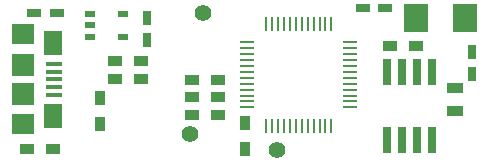
<source format=gbr>
G04 #@! TF.FileFunction,Soldermask,Top*
%FSLAX46Y46*%
G04 Gerber Fmt 4.6, Leading zero omitted, Abs format (unit mm)*
G04 Created by KiCad (PCBNEW 4.0.2-stable) date 04.08.2016 21:20:42*
%MOMM*%
G01*
G04 APERTURE LIST*
%ADD10C,0.100000*%
%ADD11R,0.800000X2.200000*%
%ADD12R,1.350000X0.400000*%
%ADD13R,1.900000X1.800000*%
%ADD14R,1.600000X2.100000*%
%ADD15R,1.900000X1.900000*%
%ADD16R,1.200000X0.750000*%
%ADD17R,0.750000X1.200000*%
%ADD18R,1.397000X0.889000*%
%ADD19R,1.200000X0.900000*%
%ADD20R,0.900000X1.200000*%
%ADD21R,0.900000X0.600000*%
%ADD22R,1.300000X0.250000*%
%ADD23R,0.250000X1.300000*%
%ADD24R,2.000000X2.400000*%
%ADD25C,1.397000*%
G04 APERTURE END LIST*
D10*
D11*
X63436500Y-41160500D03*
X64706500Y-41160500D03*
X65976500Y-41160500D03*
X67246500Y-41160500D03*
X67246500Y-35420500D03*
X65976500Y-35420500D03*
X64706500Y-35420500D03*
X63436500Y-35420500D03*
D12*
X35250500Y-34704500D03*
X35250500Y-35354500D03*
X35250500Y-36004500D03*
X35250500Y-36654500D03*
X35250500Y-37304500D03*
D13*
X32575500Y-32204500D03*
X32575500Y-39804500D03*
D14*
X35125500Y-32904500D03*
D15*
X32575500Y-34804500D03*
X32575500Y-37204500D03*
D14*
X35125500Y-39104500D03*
D16*
X63243500Y-29972000D03*
X61343500Y-29972000D03*
D17*
X70612000Y-33657500D03*
X70612000Y-35557500D03*
D16*
X35430500Y-30416500D03*
X33530500Y-30416500D03*
D17*
X43116500Y-30800000D03*
X43116500Y-32700000D03*
D18*
X69151500Y-36766500D03*
X69151500Y-38671500D03*
D19*
X63670000Y-33210500D03*
X65870000Y-33210500D03*
D20*
X51371500Y-39667000D03*
X51371500Y-41867000D03*
D19*
X46906000Y-36068000D03*
X49106000Y-36068000D03*
X46906000Y-37528500D03*
X49106000Y-37528500D03*
X49106000Y-38989000D03*
X46906000Y-38989000D03*
X40365500Y-34417000D03*
X42565500Y-34417000D03*
D20*
X39116000Y-37571500D03*
X39116000Y-39771500D03*
D19*
X40365500Y-36004500D03*
X42565500Y-36004500D03*
X35136000Y-41910000D03*
X32936000Y-41910000D03*
D21*
X41087500Y-32382500D03*
X38287500Y-31432500D03*
X41087500Y-30482500D03*
X38287500Y-32382500D03*
X38287500Y-30482500D03*
D22*
X60293500Y-38373500D03*
X60293500Y-37873500D03*
X60293500Y-37373500D03*
X60293500Y-36873500D03*
X60293500Y-36373500D03*
X60293500Y-35873500D03*
X60293500Y-35373500D03*
X60293500Y-34873500D03*
X60293500Y-34373500D03*
X60293500Y-33873500D03*
X60293500Y-33373500D03*
X60293500Y-32873500D03*
D23*
X58693500Y-31273500D03*
X58193500Y-31273500D03*
X57693500Y-31273500D03*
X57193500Y-31273500D03*
X56693500Y-31273500D03*
X56193500Y-31273500D03*
X55693500Y-31273500D03*
X55193500Y-31273500D03*
X54693500Y-31273500D03*
X54193500Y-31273500D03*
X53693500Y-31273500D03*
X53193500Y-31273500D03*
D22*
X51593500Y-32873500D03*
X51593500Y-33373500D03*
X51593500Y-33873500D03*
X51593500Y-34373500D03*
X51593500Y-34873500D03*
X51593500Y-35373500D03*
X51593500Y-35873500D03*
X51593500Y-36373500D03*
X51593500Y-36873500D03*
X51593500Y-37373500D03*
X51593500Y-37873500D03*
X51593500Y-38373500D03*
D23*
X53193500Y-39973500D03*
X53693500Y-39973500D03*
X54193500Y-39973500D03*
X54693500Y-39973500D03*
X55193500Y-39973500D03*
X55693500Y-39973500D03*
X56193500Y-39973500D03*
X56693500Y-39973500D03*
X57193500Y-39973500D03*
X57693500Y-39973500D03*
X58193500Y-39973500D03*
X58693500Y-39973500D03*
D24*
X65895000Y-30797500D03*
X69995000Y-30797500D03*
D25*
X46736000Y-40640000D03*
X54102000Y-41973500D03*
X47815500Y-30416500D03*
M02*

</source>
